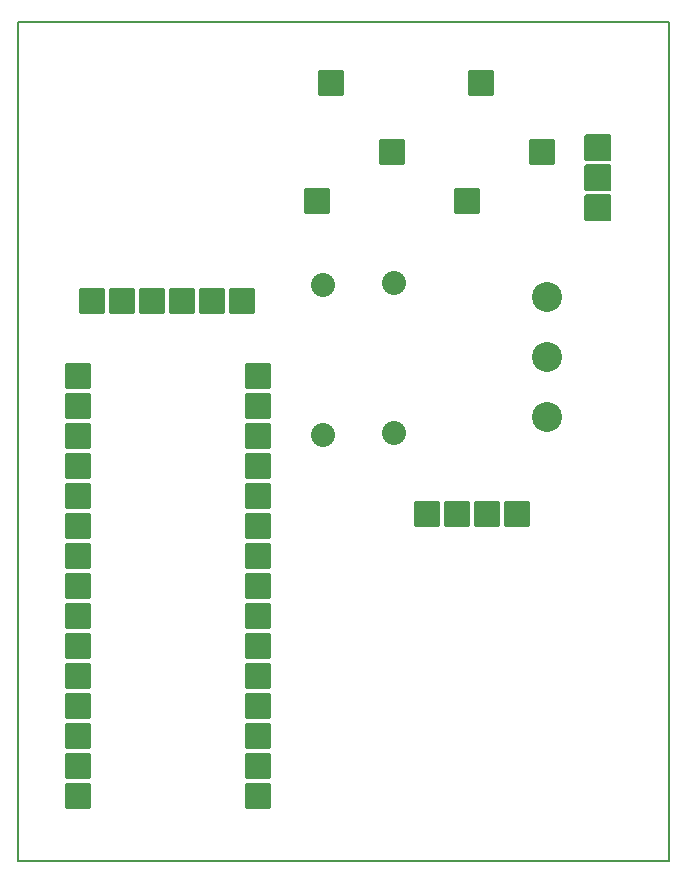
<source format=gbr>
G04 PROTEUS RS274X GERBER FILE*
%FSLAX45Y45*%
%MOMM*%
G01*
%AMPPAD007*
4,1,36,
0.952500,-1.079500,
-0.952500,-1.079500,
-0.978470,-1.076970,
-1.002480,-1.069700,
-1.024080,-1.058150,
-1.042790,-1.042790,
-1.058150,-1.024070,
-1.069700,-1.002480,
-1.076970,-0.978470,
-1.079500,-0.952500,
-1.079500,0.952500,
-1.076970,0.978470,
-1.069700,1.002480,
-1.058150,1.024070,
-1.042790,1.042790,
-1.024080,1.058150,
-1.002480,1.069700,
-0.978470,1.076970,
-0.952500,1.079500,
0.952500,1.079500,
0.978470,1.076970,
1.002480,1.069700,
1.024080,1.058150,
1.042790,1.042790,
1.058150,1.024070,
1.069700,1.002480,
1.076970,0.978470,
1.079500,0.952500,
1.079500,-0.952500,
1.076970,-0.978470,
1.069700,-1.002480,
1.058150,-1.024070,
1.042790,-1.042790,
1.024080,-1.058150,
1.002480,-1.069700,
0.978470,-1.076970,
0.952500,-1.079500,
0*%
%ADD17PPAD007*%
%AMPPAD008*
4,1,36,
-1.079500,-0.952500,
-1.079500,0.952500,
-1.076970,0.978470,
-1.069700,1.002480,
-1.058150,1.024080,
-1.042790,1.042790,
-1.024070,1.058150,
-1.002480,1.069700,
-0.978470,1.076970,
-0.952500,1.079500,
0.952500,1.079500,
0.978470,1.076970,
1.002480,1.069700,
1.024070,1.058150,
1.042790,1.042790,
1.058150,1.024080,
1.069700,1.002480,
1.076970,0.978470,
1.079500,0.952500,
1.079500,-0.952500,
1.076970,-0.978470,
1.069700,-1.002480,
1.058150,-1.024080,
1.042790,-1.042790,
1.024070,-1.058150,
1.002480,-1.069700,
0.978470,-1.076970,
0.952500,-1.079500,
-0.952500,-1.079500,
-0.978470,-1.076970,
-1.002480,-1.069700,
-1.024070,-1.058150,
-1.042790,-1.042790,
-1.058150,-1.024080,
-1.069700,-1.002480,
-1.076970,-0.978470,
-1.079500,-0.952500,
0*%
%ADD18PPAD008*%
%ADD19C,2.540000*%
%AMPPAD010*
4,1,36,
1.143000,1.016000,
1.143000,-1.016000,
1.140470,-1.041970,
1.133200,-1.065980,
1.121650,-1.087580,
1.106290,-1.106290,
1.087570,-1.121650,
1.065980,-1.133200,
1.041970,-1.140470,
1.016000,-1.143000,
-1.016000,-1.143000,
-1.041970,-1.140470,
-1.065980,-1.133200,
-1.087570,-1.121650,
-1.106290,-1.106290,
-1.121650,-1.087580,
-1.133200,-1.065980,
-1.140470,-1.041970,
-1.143000,-1.016000,
-1.143000,1.016000,
-1.140470,1.041970,
-1.133200,1.065980,
-1.121650,1.087580,
-1.106290,1.106290,
-1.087570,1.121650,
-1.065980,1.133200,
-1.041970,1.140470,
-1.016000,1.143000,
1.016000,1.143000,
1.041970,1.140470,
1.065980,1.133200,
1.087570,1.121650,
1.106290,1.106290,
1.121650,1.087580,
1.133200,1.065980,
1.140470,1.041970,
1.143000,1.016000,
0*%
%ADD70PPAD010*%
%ADD71C,2.032000*%
%ADD16C,0.203200*%
D17*
X-864000Y-7648000D03*
X-864000Y-7394000D03*
X-864000Y-7140000D03*
X-864000Y-6886000D03*
X-864000Y-6632000D03*
X-864000Y-6378000D03*
X-864000Y-6124000D03*
X-864000Y-5870000D03*
X-864000Y-5616000D03*
X-864000Y-5362000D03*
X-864000Y-5108000D03*
X-864000Y-4854000D03*
X-864000Y-4600000D03*
X-864000Y-4346000D03*
X-864000Y-4092000D03*
X-2388000Y-4092000D03*
X-2388000Y-4346000D03*
X-2388000Y-4600000D03*
X-2388000Y-4854000D03*
X-2388000Y-5108000D03*
X-2388000Y-5362000D03*
X-2388000Y-5616000D03*
X-2388000Y-5870000D03*
X-2388000Y-6124000D03*
X-2388000Y-6378000D03*
X-2388000Y-6632000D03*
X-2388000Y-6886000D03*
X-2388000Y-7140000D03*
X-2388000Y-7394000D03*
X-2388000Y-7648000D03*
X+564300Y-5260300D03*
X+818300Y-5260300D03*
X+1072300Y-5260300D03*
X+1326300Y-5260300D03*
D18*
X-2271000Y-3457000D03*
X-2017000Y-3457000D03*
X-1763000Y-3457000D03*
X-1509000Y-3457000D03*
X-1255000Y-3457000D03*
X-1001000Y-3457000D03*
D19*
X+1585000Y-3426700D03*
X+1585000Y-3934700D03*
X+1585000Y-4442700D03*
D17*
X+1536700Y-2197100D03*
X+266700Y-2197100D03*
X+904000Y-2611100D03*
X-366000Y-2611100D03*
D70*
X+2014000Y-2163000D03*
X+2014000Y-2417000D03*
X+2014000Y-2671000D03*
D17*
X+1021700Y-1617700D03*
X-248300Y-1617700D03*
D71*
X-311400Y-3328700D03*
X-311400Y-4598700D03*
X+290000Y-3309000D03*
X+290000Y-4579000D03*
D16*
X-2900000Y-8200000D02*
X+2613000Y-8200000D01*
X+2613000Y-1097600D01*
X-2900000Y-1097600D01*
X-2900000Y-8200000D01*
M02*

</source>
